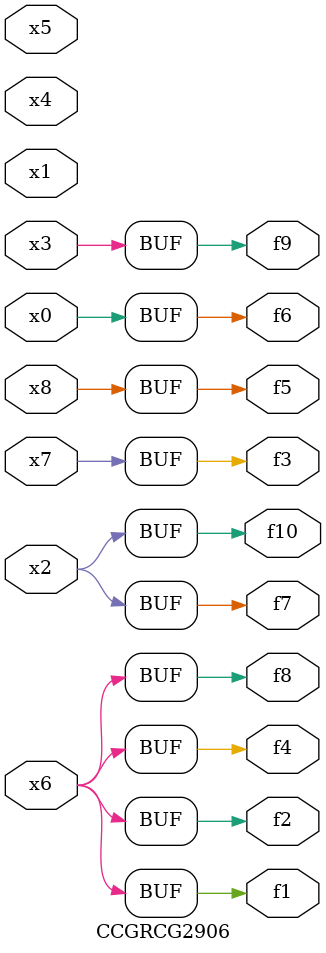
<source format=v>
module CCGRCG2906(
	input x0, x1, x2, x3, x4, x5, x6, x7, x8,
	output f1, f2, f3, f4, f5, f6, f7, f8, f9, f10
);
	assign f1 = x6;
	assign f2 = x6;
	assign f3 = x7;
	assign f4 = x6;
	assign f5 = x8;
	assign f6 = x0;
	assign f7 = x2;
	assign f8 = x6;
	assign f9 = x3;
	assign f10 = x2;
endmodule

</source>
